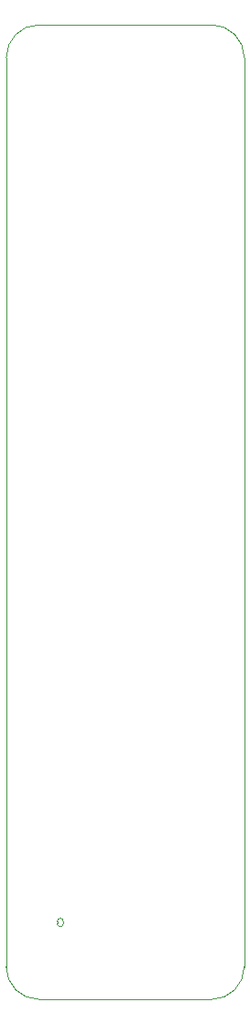
<source format=gbr>
%TF.GenerationSoftware,KiCad,Pcbnew,9.0.5*%
%TF.CreationDate,2025-11-24T11:18:26-05:00*%
%TF.ProjectId,everframe_board,65766572-6672-4616-9d65-5f626f617264,rev?*%
%TF.SameCoordinates,Original*%
%TF.FileFunction,Profile,NP*%
%FSLAX46Y46*%
G04 Gerber Fmt 4.6, Leading zero omitted, Abs format (unit mm)*
G04 Created by KiCad (PCBNEW 9.0.5) date 2025-11-24 11:18:26*
%MOMM*%
%LPD*%
G01*
G04 APERTURE LIST*
%TA.AperFunction,Profile*%
%ADD10C,0.050000*%
%TD*%
%TA.AperFunction,Profile*%
%ADD11C,0.010000*%
%TD*%
G04 APERTURE END LIST*
D10*
X75000000Y-139000000D02*
G75*
G02*
X72000000Y-136000000I0J3000000D01*
G01*
X94000000Y-136000000D02*
G75*
G02*
X91000000Y-139000000I-3000000J0D01*
G01*
X72000000Y-136000000D02*
X72000000Y-52000000D01*
X94000000Y-52000000D02*
X94000000Y-136000000D01*
X72000000Y-52000000D02*
G75*
G02*
X75000000Y-49000000I3000000J0D01*
G01*
X75000000Y-49000000D02*
X91000000Y-49000000D01*
X91000000Y-139000000D02*
X75000000Y-139000000D01*
X91000000Y-49000000D02*
G75*
G02*
X94000000Y-52000000I0J-3000000D01*
G01*
D11*
%TO.C,J2*%
X76715000Y-131800000D02*
X76715000Y-132000000D01*
X77285000Y-132000000D02*
X77285000Y-131800000D01*
X76715000Y-131800000D02*
G75*
G02*
X77000000Y-131515000I285000J0D01*
G01*
X77000000Y-131515000D02*
G75*
G02*
X77285000Y-131800000I0J-285000D01*
G01*
X77000000Y-132285000D02*
G75*
G02*
X76715000Y-132000000I0J285000D01*
G01*
X77285000Y-132000000D02*
G75*
G02*
X77000000Y-132285000I-285000J0D01*
G01*
%TD*%
M02*

</source>
